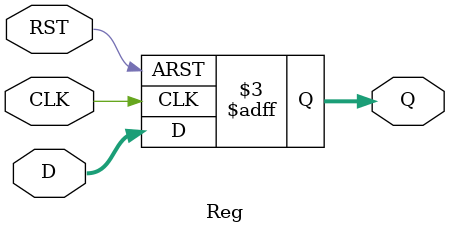
<source format=sv>

function automatic integer log2floor;
    input integer n;
    integer m;
    integer p;
    begin
        m = -1;
        p = 1;
        while (p <= n) begin
            m = m + 1;
            p = p * 2;
        end
        log2floor = m;
    end
endfunction


// Copyright 2024 ETH Zurich and University of Bologna.
// Solderpad Hardware License, Version 0.51, see LICENSE for details.
// SPDX-License-Identifier: SHL-0.51
//
// Based on the work by Reto Zimmermann 1998 - ETH Zürich
// Originally written in VHDL, available under: 
// https://iis-people.ee.ethz.ch/~zimmi/arith_lib.html#library
//
// Authors:
// - Thomas Benz <tbenz@iis.ee.ethz.ch>
// - Philippe Sauter <phsauter@iis.ee.ethz.ch>
// - Paul Scheffler <paulsc@iis.ee.ethz.ch>
//
// Description :
// Register for pipelining.

module Reg #(
        parameter int width = 8  // word width
) (
        input logic CLK,  // clock
        input logic RST,  // reset
        input logic [width-1:0] D,  // data input
        output logic [width-1:0] Q  // data output
);

    // purpose: memorizing process to register inputs
    always_ff @(posedge CLK or negedge RST) begin
        if (!RST) begin
            Q <= '0;
        end else begin
            Q <= D;
        end
    end

endmodule

</source>
